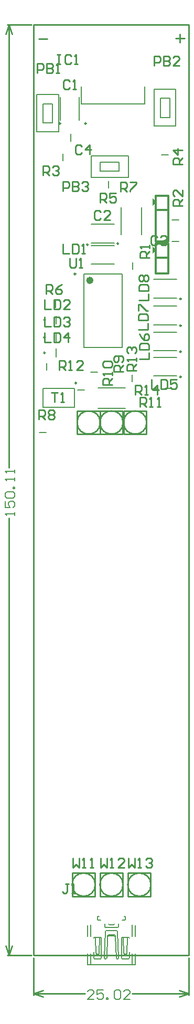
<source format=gto>
%FSLAX43Y43*%
%MOMM*%
G71*
G01*
G75*
%ADD10R,0.950X1.400*%
%ADD11R,1.600X2.100*%
%ADD12R,1.400X0.950*%
%ADD13R,2.250X1.800*%
%ADD14R,1.050X1.400*%
%ADD15R,2.100X1.600*%
%ADD16R,1.800X2.250*%
%ADD17R,1.800X2.250*%
%ADD18R,1.400X1.050*%
%ADD19R,1.050X3.300*%
%ADD20R,0.600X1.550*%
%ADD21R,10.600X9.000*%
%ADD22R,1.050X2.950*%
%ADD23R,3.300X1.050*%
%ADD24O,2.000X0.600*%
%ADD25R,0.900X1.400*%
%ADD26C,0.500*%
%ADD27C,1.500*%
%ADD28C,0.400*%
%ADD29C,0.800*%
%ADD30C,1.600*%
%ADD31C,1.200*%
%ADD32C,0.700*%
%ADD33C,1.000*%
%ADD34C,0.600*%
%ADD35C,0.300*%
%ADD36C,2.000*%
%ADD37C,3.000*%
%ADD38C,1.800*%
%ADD39R,5.000X8.175*%
%ADD40C,0.254*%
%ADD41C,0.152*%
%ADD42C,1.524*%
%ADD43R,1.524X1.524*%
%ADD44R,1.524X1.524*%
%ADD45C,2.032*%
%ADD46C,1.200*%
%ADD47O,1.600X2.300*%
%ADD48R,3.064X3.064*%
%ADD49C,0.250*%
%ADD50C,0.200*%
%ADD51C,0.305*%
G36*
X19812Y113792D02*
X19177Y113157D01*
Y114427D01*
X19812Y113792D01*
D02*
G37*
G36*
Y121539D02*
X19177Y120904D01*
Y122174D01*
X19812Y121539D01*
D02*
G37*
D34*
X9376Y108913D02*
G03*
X9376Y108913I-300J0D01*
G01*
D40*
X9944Y11430D02*
G03*
X9944Y11430I-1867J0D01*
G01*
X14440D02*
G03*
X14440Y11430I-1867J0D01*
G01*
X18935D02*
G03*
X18935Y11430I-1867J0D01*
G01*
X10757Y85979D02*
G03*
X10757Y85979I-1867J0D01*
G01*
X14440D02*
G03*
X14440Y85979I-1867J0D01*
G01*
X18250D02*
G03*
X18250Y85979I-1867J0D01*
G01*
X23650Y147250D02*
Y148650D01*
X22900Y147950D02*
X24350D01*
X825Y147850D02*
X2150D01*
X6236Y9564D02*
X9918D01*
X6236D02*
Y13319D01*
X9918Y9564D02*
Y13319D01*
X6236D02*
X9918D01*
X10732Y9564D02*
X14414D01*
X10732D02*
Y13319D01*
X14414Y9564D02*
Y13319D01*
X10732D02*
X14414D01*
X15228Y9564D02*
X18910D01*
X15228D02*
Y13319D01*
X18910Y9564D02*
Y13319D01*
X15228D02*
X18910D01*
X7049Y84113D02*
X10731D01*
X7049D02*
Y87868D01*
X10731Y84113D02*
Y87868D01*
X7049D02*
X10731D01*
X10732Y84113D02*
X14414D01*
X10732D02*
Y87868D01*
X14414Y84113D02*
Y87868D01*
X10732D02*
X14414D01*
X14542Y84113D02*
X18224D01*
X14542D02*
Y87868D01*
X18224Y84113D02*
Y87868D01*
X14542D02*
X18224D01*
X4150Y94425D02*
Y95949D01*
X4912D01*
X5166Y95695D01*
Y95187D01*
X4912Y94933D01*
X4150D01*
X4658D02*
X5166Y94425D01*
X5674D02*
X6181D01*
X5927D01*
Y95949D01*
X5674Y95695D01*
X7959Y94425D02*
X6943D01*
X7959Y95441D01*
Y95695D01*
X7705Y95949D01*
X7197D01*
X6943Y95695D01*
X24067Y120982D02*
X22543D01*
Y121744D01*
X22797Y121998D01*
X23305D01*
X23559Y121744D01*
Y120982D01*
Y121490D02*
X24067Y121998D01*
Y123521D02*
Y122506D01*
X23051Y123521D01*
X22797D01*
X22543Y123267D01*
Y122759D01*
X22797Y122506D01*
X19940Y115863D02*
X19686Y116117D01*
X19178D01*
X18924Y115863D01*
Y114847D01*
X19178Y114593D01*
X19686D01*
X19940Y114847D01*
X20448Y115863D02*
X20701Y116117D01*
X21209D01*
X21463Y115863D01*
Y115609D01*
X21209Y115355D01*
X20955D01*
X21209D01*
X21463Y115101D01*
Y114847D01*
X21209Y114593D01*
X20701D01*
X20448Y114847D01*
X5791Y112471D02*
Y111201D01*
X6045Y110947D01*
X6553D01*
X6807Y111201D01*
Y112471D01*
X7315Y110947D02*
X7823D01*
X7569D01*
Y112471D01*
X7315Y112217D01*
X7791Y130545D02*
X7537Y130799D01*
X7029D01*
X6775Y130545D01*
Y129529D01*
X7029Y129275D01*
X7537D01*
X7791Y129529D01*
X9060Y129275D02*
Y130799D01*
X8299Y130037D01*
X9314D01*
X10841Y119945D02*
X10587Y120199D01*
X10079D01*
X9825Y119945D01*
Y118929D01*
X10079Y118675D01*
X10587D01*
X10841Y118929D01*
X12364Y118675D02*
X11349D01*
X12364Y119691D01*
Y119945D01*
X12110Y120199D01*
X11602D01*
X11349Y119945D01*
X5816Y140995D02*
X5562Y141249D01*
X5054D01*
X4800Y140995D01*
Y139979D01*
X5054Y139725D01*
X5562D01*
X5816Y139979D01*
X6324Y139725D02*
X6831D01*
X6577D01*
Y141249D01*
X6324Y140995D01*
X14072Y123190D02*
Y124714D01*
X14833D01*
X15087Y124460D01*
Y123952D01*
X14833Y123698D01*
X14072D01*
X14579D02*
X15087Y123190D01*
X15595Y124714D02*
X16611D01*
Y124460D01*
X15595Y123444D01*
Y123190D01*
X6350Y15722D02*
Y14199D01*
X6858Y14706D01*
X7366Y14199D01*
Y15722D01*
X7874Y14199D02*
X8381D01*
X8127D01*
Y15722D01*
X7874Y15468D01*
X9143Y14199D02*
X9651D01*
X9397D01*
Y15722D01*
X9143Y15468D01*
X10846Y15722D02*
Y14199D01*
X11354Y14706D01*
X11861Y14199D01*
Y15722D01*
X12369Y14199D02*
X12877D01*
X12623D01*
Y15722D01*
X12369Y15468D01*
X14655Y14199D02*
X13639D01*
X14655Y15214D01*
Y15468D01*
X14401Y15722D01*
X13893D01*
X13639Y15468D01*
X15316Y15722D02*
Y14199D01*
X15824Y14706D01*
X16332Y14199D01*
Y15722D01*
X16840Y14199D02*
X17348D01*
X17094D01*
Y15722D01*
X16840Y15468D01*
X18109D02*
X18363Y15722D01*
X18871D01*
X19125Y15468D01*
Y15214D01*
X18871Y14960D01*
X18617D01*
X18871D01*
X19125Y14706D01*
Y14453D01*
X18871Y14199D01*
X18363D01*
X18109Y14453D01*
X2825Y90824D02*
X3841D01*
X3333D01*
Y89300D01*
X4349D02*
X4856D01*
X4602D01*
Y90824D01*
X4349Y90570D01*
X16400Y90425D02*
Y91949D01*
X17162D01*
X17416Y91695D01*
Y91187D01*
X17162Y90933D01*
X16400D01*
X16908D02*
X17416Y90425D01*
X17924D02*
X18431D01*
X18177D01*
Y91949D01*
X17924Y91695D01*
X19955Y90425D02*
Y91949D01*
X19193Y91187D01*
X20209D01*
X18675Y112575D02*
X17151D01*
Y113337D01*
X17405Y113591D01*
X17913D01*
X18167Y113337D01*
Y112575D01*
Y113083D02*
X18675Y113591D01*
Y114099D02*
Y114606D01*
Y114352D01*
X17151D01*
X17405Y114099D01*
X16600Y94325D02*
X15076D01*
Y95087D01*
X15330Y95341D01*
X15838D01*
X16092Y95087D01*
Y94325D01*
Y94833D02*
X16600Y95341D01*
Y95849D02*
Y96356D01*
Y96102D01*
X15076D01*
X15330Y95849D01*
Y97118D02*
X15076Y97372D01*
Y97880D01*
X15330Y98134D01*
X15584D01*
X15838Y97880D01*
Y97626D01*
Y97880D01*
X16092Y98134D01*
X16346D01*
X16600Y97880D01*
Y97372D01*
X16346Y97118D01*
X2032Y106756D02*
Y108280D01*
X2794D01*
X3048Y108026D01*
Y107518D01*
X2794Y107264D01*
X2032D01*
X2540D02*
X3048Y106756D01*
X4571Y108280D02*
X4063Y108026D01*
X3556Y107518D01*
Y107010D01*
X3809Y106756D01*
X4317D01*
X4571Y107010D01*
Y107264D01*
X4317Y107518D01*
X3556D01*
X17150Y88550D02*
Y90074D01*
X17912D01*
X18166Y89820D01*
Y89312D01*
X17912Y89058D01*
X17150D01*
X17658D02*
X18166Y88550D01*
X18674D02*
X19181D01*
X18927D01*
Y90074D01*
X18674Y89820D01*
X19943Y88550D02*
X20451D01*
X20197D01*
Y90074D01*
X19943Y89820D01*
X12650Y92075D02*
X11126D01*
Y92837D01*
X11380Y93091D01*
X11888D01*
X12142Y92837D01*
Y92075D01*
Y92583D02*
X12650Y93091D01*
Y93599D02*
Y94106D01*
Y93852D01*
X11126D01*
X11380Y93599D01*
Y94868D02*
X11126Y95122D01*
Y95630D01*
X11380Y95884D01*
X12396D01*
X12650Y95630D01*
Y95122D01*
X12396Y94868D01*
X11380D01*
X14425Y94200D02*
X12901D01*
Y94962D01*
X13155Y95216D01*
X13663D01*
X13917Y94962D01*
Y94200D01*
Y94708D02*
X14425Y95216D01*
X14171Y95724D02*
X14425Y95977D01*
Y96485D01*
X14171Y96739D01*
X13155D01*
X12901Y96485D01*
Y95977D01*
X13155Y95724D01*
X13409D01*
X13663Y95977D01*
Y96739D01*
X850Y86450D02*
Y87974D01*
X1612D01*
X1866Y87720D01*
Y87212D01*
X1612Y86958D01*
X850D01*
X1358D02*
X1866Y86450D01*
X2374Y87720D02*
X2627Y87974D01*
X3135D01*
X3389Y87720D01*
Y87466D01*
X3135Y87212D01*
X3389Y86958D01*
Y86704D01*
X3135Y86450D01*
X2627D01*
X2374Y86704D01*
Y86958D01*
X2627Y87212D01*
X2374Y87466D01*
Y87720D01*
X2627Y87212D02*
X3135D01*
X10725Y121425D02*
Y122949D01*
X11487D01*
X11741Y122695D01*
Y122187D01*
X11487Y121933D01*
X10725D01*
X11233D02*
X11741Y121425D01*
X13264Y122949D02*
X12249D01*
Y122187D01*
X12756Y122441D01*
X13010D01*
X13264Y122187D01*
Y121679D01*
X13010Y121425D01*
X12502D01*
X12249Y121679D01*
X24050Y127675D02*
X22526D01*
Y128437D01*
X22780Y128691D01*
X23288D01*
X23542Y128437D01*
Y127675D01*
Y128183D02*
X24050Y128691D01*
Y129960D02*
X22526D01*
X23288Y129199D01*
Y130214D01*
X1500Y125875D02*
Y127399D01*
X2262D01*
X2516Y127145D01*
Y126637D01*
X2262Y126383D01*
X1500D01*
X2008D02*
X2516Y125875D01*
X3024Y127145D02*
X3277Y127399D01*
X3785D01*
X4039Y127145D01*
Y126891D01*
X3785Y126637D01*
X3531D01*
X3785D01*
X4039Y126383D01*
Y126129D01*
X3785Y125875D01*
X3277D01*
X3024Y126129D01*
X4725Y123350D02*
Y124874D01*
X5487D01*
X5741Y124620D01*
Y124112D01*
X5487Y123858D01*
X4725D01*
X6249Y124874D02*
Y123350D01*
X7010D01*
X7264Y123604D01*
Y123858D01*
X7010Y124112D01*
X6249D01*
X7010D01*
X7264Y124366D01*
Y124620D01*
X7010Y124874D01*
X6249D01*
X7772Y124620D02*
X8026Y124874D01*
X8534D01*
X8788Y124620D01*
Y124366D01*
X8534Y124112D01*
X8280D01*
X8534D01*
X8788Y123858D01*
Y123604D01*
X8534Y123350D01*
X8026D01*
X7772Y123604D01*
X19431Y143561D02*
Y145084D01*
X20193D01*
X20447Y144830D01*
Y144323D01*
X20193Y144069D01*
X19431D01*
X20955Y145084D02*
Y143561D01*
X21716D01*
X21970Y143815D01*
Y144069D01*
X21716Y144323D01*
X20955D01*
X21716D01*
X21970Y144576D01*
Y144830D01*
X21716Y145084D01*
X20955D01*
X23494Y143561D02*
X22478D01*
X23494Y144576D01*
Y144830D01*
X23240Y145084D01*
X22732D01*
X22478Y144830D01*
X550Y142400D02*
Y143924D01*
X1312D01*
X1566Y143670D01*
Y143162D01*
X1312Y142908D01*
X550D01*
X2074Y143924D02*
Y142400D01*
X2835D01*
X3089Y142654D01*
Y142908D01*
X2835Y143162D01*
X2074D01*
X2835D01*
X3089Y143416D01*
Y143670D01*
X2835Y143924D01*
X2074D01*
X3597Y142400D02*
X4105D01*
X3851D01*
Y143924D01*
X3597Y143670D01*
X4700Y114799D02*
Y113275D01*
X5716D01*
X6224Y114799D02*
Y113275D01*
X6985D01*
X7239Y113529D01*
Y114545D01*
X6985Y114799D01*
X6224D01*
X7747Y113275D02*
X8255D01*
X8001D01*
Y114799D01*
X7747Y114545D01*
X1745Y100476D02*
Y98952D01*
X2761D01*
X3269Y100476D02*
Y98952D01*
X4030D01*
X4284Y99206D01*
Y100222D01*
X4030Y100476D01*
X3269D01*
X5554Y98952D02*
Y100476D01*
X4792Y99714D01*
X5808D01*
X1751Y102971D02*
Y101447D01*
X2767D01*
X3275Y102971D02*
Y101447D01*
X4036D01*
X4290Y101701D01*
Y102717D01*
X4036Y102971D01*
X3275D01*
X4798Y102717D02*
X5052Y102971D01*
X5560D01*
X5814Y102717D01*
Y102463D01*
X5560Y102209D01*
X5306D01*
X5560D01*
X5814Y101955D01*
Y101701D01*
X5560Y101447D01*
X5052D01*
X4798Y101701D01*
X1751Y105790D02*
Y104266D01*
X2767D01*
X3275Y105790D02*
Y104266D01*
X4036D01*
X4290Y104520D01*
Y105536D01*
X4036Y105790D01*
X3275D01*
X5814Y104266D02*
X4798D01*
X5814Y105282D01*
Y105536D01*
X5560Y105790D01*
X5052D01*
X4798Y105536D01*
X5677Y11569D02*
X5169D01*
X5423D01*
Y10300D01*
X5169Y10046D01*
X4915D01*
X4661Y10300D01*
X6184Y10046D02*
X6692D01*
X6438D01*
Y11569D01*
X6184Y11315D01*
X3800Y145349D02*
X4308D01*
X4054D01*
Y143825D01*
X3800D01*
X4308D01*
X6085Y145095D02*
X5831Y145349D01*
X5324D01*
X5070Y145095D01*
Y144079D01*
X5324Y143825D01*
X5831D01*
X6085Y144079D01*
X6593Y143825D02*
X7101D01*
X6847D01*
Y145349D01*
X6593Y145095D01*
X17001Y105725D02*
X18525D01*
Y106741D01*
X17001Y107249D02*
X18525D01*
Y108010D01*
X18271Y108264D01*
X17255D01*
X17001Y108010D01*
Y107249D01*
X17255Y108772D02*
X17001Y109026D01*
Y109534D01*
X17255Y109788D01*
X17509D01*
X17763Y109534D01*
X18017Y109788D01*
X18271D01*
X18525Y109534D01*
Y109026D01*
X18271Y108772D01*
X18017D01*
X17763Y109026D01*
X17509Y108772D01*
X17255D01*
X17763Y109026D02*
Y109534D01*
X19075Y92949D02*
Y91425D01*
X20091D01*
X20599Y92949D02*
Y91425D01*
X21360D01*
X21614Y91679D01*
Y92695D01*
X21360Y92949D01*
X20599D01*
X23138D02*
X22122D01*
Y92187D01*
X22630Y92441D01*
X22884D01*
X23138Y92187D01*
Y91679D01*
X22884Y91425D01*
X22376D01*
X22122Y91679D01*
X16951Y100950D02*
X18475D01*
Y101966D01*
X16951Y102474D02*
X18475D01*
Y103235D01*
X18221Y103489D01*
X17205D01*
X16951Y103235D01*
Y102474D01*
Y103997D02*
Y105013D01*
X17205D01*
X18221Y103997D01*
X18475D01*
X17076Y96250D02*
X18600D01*
Y97266D01*
X17076Y97774D02*
X18600D01*
Y98535D01*
X18346Y98789D01*
X17330D01*
X17076Y98535D01*
Y97774D01*
Y100313D02*
X17330Y99805D01*
X17838Y99297D01*
X18346D01*
X18600Y99551D01*
Y100059D01*
X18346Y100313D01*
X18092D01*
X17838Y100059D01*
Y99297D01*
X-4254Y0D02*
X-381D01*
X-4254Y150114D02*
X-381D01*
X-4000Y0D02*
Y70562D01*
Y78739D02*
Y150114D01*
Y0D02*
X-3492Y1524D01*
X-4508D02*
X-4000Y0D01*
X-4508Y148590D02*
X-4000Y150114D01*
X-3492Y148590D01*
X25019Y-6379D02*
Y-381D01*
X0Y-6379D02*
Y-381D01*
X15937Y-6125D02*
X25019D01*
X0D02*
X8269D01*
X23495Y-5617D02*
X25019Y-6125D01*
X23495Y-6633D02*
X25019Y-6125D01*
X0D02*
X1524Y-6633D01*
X0Y-6125D02*
X1524Y-5617D01*
X0Y0D02*
X25019D01*
Y150114D01*
X0D02*
X25019D01*
X0Y0D02*
Y150114D01*
D41*
X-3086Y70969D02*
Y71477D01*
Y71223D01*
X-4609D01*
X-4355Y70969D01*
X-4609Y73254D02*
Y72238D01*
X-3848D01*
X-4102Y72746D01*
Y73000D01*
X-3848Y73254D01*
X-3340D01*
X-3086Y73000D01*
Y72492D01*
X-3340Y72238D01*
X-4355Y73762D02*
X-4609Y74016D01*
Y74524D01*
X-4355Y74778D01*
X-3340D01*
X-3086Y74524D01*
Y74016D01*
X-3340Y73762D01*
X-4355D01*
X-3086Y75285D02*
X-3340D01*
Y75539D01*
X-3086D01*
Y75285D01*
Y76555D02*
Y77063D01*
Y76809D01*
X-4609D01*
X-4355Y76555D01*
X-3086Y77825D02*
Y78332D01*
Y78078D01*
X-4609D01*
X-4355Y77825D01*
X9691Y-7039D02*
X8675D01*
X9691Y-6023D01*
Y-5770D01*
X9437Y-5516D01*
X8929D01*
X8675Y-5770D01*
X11214Y-5516D02*
X10199D01*
Y-6277D01*
X10707Y-6023D01*
X10960D01*
X11214Y-6277D01*
Y-6785D01*
X10960Y-7039D01*
X10453D01*
X10199Y-6785D01*
X11722Y-7039D02*
Y-6785D01*
X11976D01*
Y-7039D01*
X11722D01*
X12992Y-5770D02*
X13246Y-5516D01*
X13754D01*
X14007Y-5770D01*
Y-6785D01*
X13754Y-7039D01*
X13246D01*
X12992Y-6785D01*
Y-5770D01*
X15531Y-7039D02*
X14515D01*
X15531Y-6023D01*
Y-5770D01*
X15277Y-5516D01*
X14769D01*
X14515Y-5770D01*
D49*
X4350Y134225D02*
G03*
X4350Y134225I-125J0D01*
G01*
X13717Y114859D02*
G03*
X13717Y114859I-125J0D01*
G01*
X8817Y114680D02*
G03*
X8817Y114680I-125J0D01*
G01*
X23834Y105919D02*
G03*
X23834Y105919I-125J0D01*
G01*
Y101601D02*
G03*
X23834Y101601I-125J0D01*
G01*
Y97410D02*
G03*
X23834Y97410I-125J0D01*
G01*
Y93346D02*
G03*
X23834Y93346I-125J0D01*
G01*
X6930Y92350D02*
G03*
X6930Y92350I-125J0D01*
G01*
X8502Y134232D02*
G03*
X8502Y134232I-125J0D01*
G01*
X6801Y109943D02*
G03*
X6801Y109943I-125J0D01*
G01*
X1875Y97225D02*
G03*
X1875Y97225I-125J0D01*
G01*
X1881Y102539D02*
G03*
X1881Y102539I-125J0D01*
G01*
Y99720D02*
G03*
X1881Y99720I-125J0D01*
G01*
D50*
X9698Y-411D02*
G03*
X9798Y-511I100J0D01*
G01*
X10848D02*
G03*
X10948Y-411I0J100D01*
G01*
X10064Y358D02*
G03*
X10582Y358I259J0D01*
G01*
X9798Y2939D02*
G03*
X9698Y2839I0J-100D01*
G01*
X10948D02*
G03*
X10848Y2939I-100J0D01*
G01*
X9976Y2843D02*
G03*
X9879Y2939I-96J0D01*
G01*
X10772D02*
G03*
X10669Y2836I0J-103D01*
G01*
X14194Y-411D02*
G03*
X14294Y-511I100J0D01*
G01*
X15344D02*
G03*
X15444Y-411I0J100D01*
G01*
X14560Y358D02*
G03*
X15077Y358I259J0D01*
G01*
X14294Y2939D02*
G03*
X14194Y2839I0J-100D01*
G01*
X15444D02*
G03*
X15344Y2939I-100J0D01*
G01*
X14471Y2843D02*
G03*
X14375Y2939I-96J0D01*
G01*
X15268D02*
G03*
X15164Y2836I0J-103D01*
G01*
X10423Y6339D02*
G03*
X10323Y6239I0J-100D01*
G01*
X14823D02*
G03*
X14723Y6339I-100J0D01*
G01*
Y5739D02*
G03*
X14823Y5839I0J100D01*
G01*
X10323D02*
G03*
X10423Y5739I100J0D01*
G01*
X12123Y5089D02*
G03*
X12223Y4989I100J0D01*
G01*
X12923D02*
G03*
X13023Y5089I0J100D01*
G01*
X11473Y4639D02*
G03*
X11573Y4539I100J0D01*
G01*
X13573D02*
G03*
X13673Y4639I0J100D01*
G01*
X11673Y3989D02*
G03*
X11574Y3892I0J-100D01*
G01*
X13572D02*
G03*
X13473Y3989I-100J-3D01*
G01*
X13620Y-511D02*
G03*
X13720Y-408I0J100D01*
G01*
X13345Y-414D02*
G03*
X13445Y-511I100J3D01*
G01*
X11701Y-518D02*
G03*
X11801Y-421I0J100D01*
G01*
X12148Y3139D02*
G03*
X11912Y2911I0J-236D01*
G01*
X13227Y3110D02*
G03*
X12991Y3338I-236J-8D01*
G01*
X12155D02*
G03*
X11919Y3110I0J-236D01*
G01*
X11426Y-414D02*
G03*
X11526Y-518I100J-3D01*
G01*
X13234Y2911D02*
G03*
X12998Y3139I-236J-8D01*
G01*
X10060Y468D02*
G03*
X10586Y470I263J2D01*
G01*
X14556Y468D02*
G03*
X15081Y470I263J2D01*
G01*
X2100Y94475D02*
Y95575D01*
X1536Y134315D02*
Y137390D01*
X3036Y134315D02*
Y137390D01*
X1536D02*
X3036D01*
X1536Y134315D02*
X3036D01*
X4036Y132890D02*
Y138890D01*
X536Y132890D02*
Y138890D01*
Y132890D02*
X4036D01*
X536Y138890D02*
X4036D01*
X20659Y129159D02*
X21759D01*
X7325Y134775D02*
Y138475D01*
X4325Y134775D02*
Y138475D01*
X5969Y131378D02*
Y132528D01*
X4699Y128228D02*
Y129328D01*
X10744Y128004D02*
X13819D01*
X10744Y126504D02*
X13819D01*
Y128004D01*
X10744Y126504D02*
Y128004D01*
X9319Y125504D02*
X15319D01*
X9319Y129004D02*
X15319D01*
X9319Y125504D02*
Y129004D01*
X15319Y125504D02*
Y129004D01*
X12065Y123783D02*
Y124883D01*
X9342Y117959D02*
X13042D01*
X9342Y114959D02*
X13042D01*
X9342Y111530D02*
X13042D01*
X9342Y114530D02*
X13042D01*
X22350Y118625D02*
X23450D01*
X22325Y115150D02*
X23475D01*
X16002Y110702D02*
Y111802D01*
X19359Y109069D02*
X23059D01*
X19359Y106069D02*
X23059D01*
X19359Y104751D02*
X23059D01*
X19359Y101751D02*
X23059D01*
X19359Y100560D02*
X23059D01*
X19359Y97560D02*
X23059D01*
X19359Y96496D02*
X23059D01*
X19359Y93496D02*
X23059D01*
X21150Y91475D02*
X22250D01*
X15875Y92541D02*
Y93641D01*
X9229Y94075D02*
X10329D01*
X10373Y91566D02*
X14773D01*
X10373Y88266D02*
X14773D01*
X7070Y91186D02*
X8170D01*
X900Y84400D02*
X2000D01*
X1550Y91500D02*
X6550D01*
X1550Y88400D02*
X6550D01*
Y91500D01*
X1550Y88400D02*
Y91500D01*
X7727Y137332D02*
Y140132D01*
Y137332D02*
X17927D01*
Y140132D01*
X17398Y116291D02*
Y120691D01*
X14098Y116291D02*
Y120691D01*
X8076Y98113D02*
X14276D01*
X8076Y109913D02*
X14276D01*
Y98113D02*
Y109913D01*
X8076Y98113D02*
Y109913D01*
X8723Y-1461D02*
X16423D01*
Y257D01*
X8723Y3121D02*
Y4907D01*
X9698Y2820D02*
X9698Y2839D01*
X9798Y-511D02*
X10848D01*
X10948Y-411D02*
Y2839D01*
X9798Y2939D02*
X10848D01*
X9976Y2843D02*
X10064Y358D01*
X10582D02*
X10669Y2843D01*
X14194Y-411D02*
Y2839D01*
X14294Y-511D02*
X15344D01*
X15444Y-411D02*
Y563D01*
X14294Y2939D02*
X15344D01*
X14471Y2843D02*
X14560Y358D01*
X15077D02*
X15165Y2843D01*
X14823Y5839D02*
Y6239D01*
X14327Y5739D02*
X14723Y5739D01*
X13673Y4639D02*
Y5085D01*
X11573Y4539D02*
X13573D01*
X11473Y4639D02*
Y5085D01*
X10423Y5739D02*
X10819Y5739D01*
X10323Y5839D02*
Y6239D01*
X12123Y5089D02*
Y5102D01*
X12223Y4989D02*
X12923D01*
X13023Y5089D02*
Y5102D01*
X14609Y6339D02*
X14723D01*
X11426Y-414D02*
X11574Y3892D01*
X11673Y3989D02*
X13473D01*
X13572Y3892D02*
X13720Y-408D01*
X13445Y-511D02*
X13620D01*
X13227Y3110D02*
X13345Y-414D01*
X11801Y-421D02*
X11919Y3110D01*
X12148Y3139D02*
X12998D01*
X12155Y3338D02*
X12991D01*
X11526Y-518D02*
X11701D01*
X9223Y3097D02*
Y4931D01*
X15923Y3097D02*
Y4931D01*
X10423Y6339D02*
X10537D01*
X16423Y3121D02*
Y4907D01*
X15923Y-1461D02*
Y281D01*
X8723Y-1461D02*
Y257D01*
X9223Y-1461D02*
Y281D01*
X15444Y2815D02*
Y2839D01*
X9698Y-411D02*
Y558D01*
X3650Y96575D02*
Y97875D01*
X20459Y135204D02*
Y138279D01*
X21959Y135204D02*
Y138279D01*
X20459D02*
X21959D01*
X20459Y135204D02*
X21959D01*
X22959Y133779D02*
Y139779D01*
X19459Y133779D02*
Y139779D01*
Y133779D02*
X22959D01*
X19459Y139779D02*
X22959D01*
X3656Y101889D02*
Y103189D01*
Y99070D02*
Y100370D01*
X3556Y104479D02*
Y105579D01*
D51*
X19685Y122555D02*
X21717D01*
X19685Y120269D02*
X21717D01*
X19685Y115210D02*
X21717D01*
X19685D02*
Y122555D01*
X21717Y115210D02*
Y122555D01*
Y109995D02*
Y114808D01*
X19685Y109995D02*
Y114808D01*
Y109995D02*
X21717D01*
X19685Y112522D02*
X21717D01*
X19685Y114808D02*
X21717D01*
M02*

</source>
